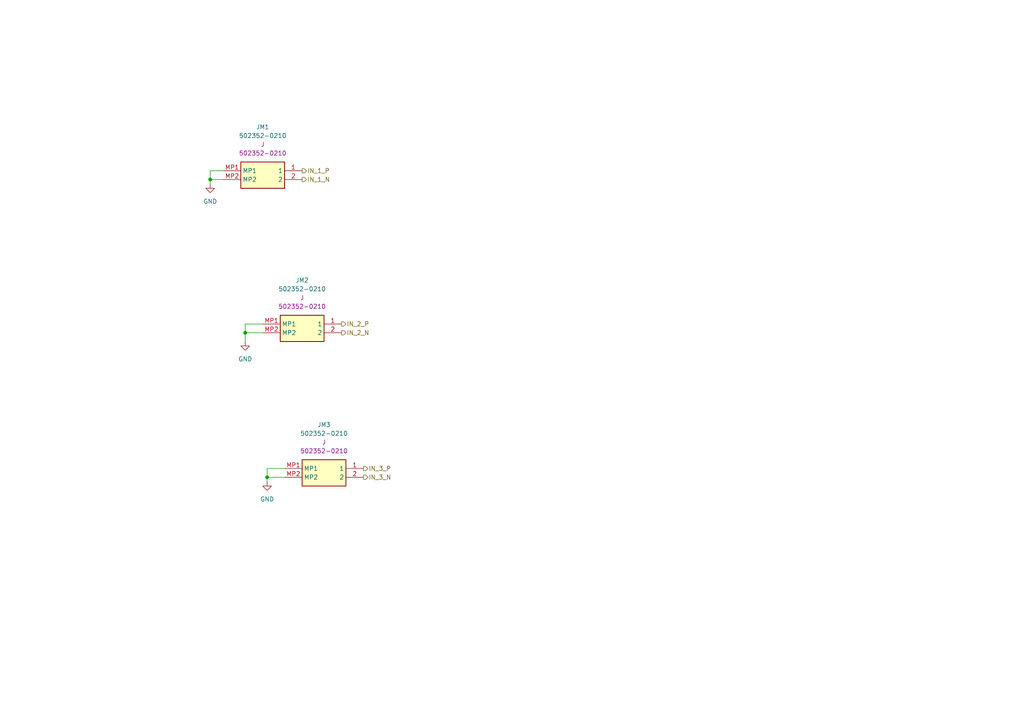
<source format=kicad_sch>
(kicad_sch (version 20211123) (generator eeschema)
  (paper "A4")
  (lib_symbols
    (symbol "502352-0210:502352-0210"
      (property "Value" "502352-0210" (at 0 0 0))
      (property "Reference_1" "J" (at 19.05 7.62 0))
      (property "Value_1" "502352-0210" (at 19.05 5.08 0))
      (symbol "502352-0210_1_1"
        (rectangle (start 5.08 2.54) (end 17.78 -5.08) (stroke (width 0.254)) (fill (type background)))
        (pin passive line (at 22.86 0 180) (length 5.08) (name "1") (number "1"))
        (pin passive line (at 22.86 -2.54 180) (length 5.08) (name "2") (number "2"))
        (pin passive line (at 0 0 0) (length 5.08) (name "MP1") (number "MP1"))
        (pin passive line (at 0 -2.54 0) (length 5.08) (name "MP2") (number "MP2"))
      )
    )
    (symbol "power:GND" (power) (pin_names (offset 0))
      (property "Value" "GND" (at 0 -3.81 0))
      (symbol "GND_0_1"
        (polyline (pts (xy 0 0) (xy 0 -1.27) (xy 1.27 -1.27) (xy 0 -2.54) (xy -1.27 -1.27) (xy 0 -1.27)))
      )
      (symbol "GND_1_1"
        (pin power_in line (at 0 0 270) (length 0) hide (name "GND") (number "1"))
      )
    )
  )
  (junction (at 71.12 96.52))
  (junction (at 60.96 52.07))
  (junction (at 77.47 138.43))
  (wire (pts (xy 77.47 138.43) (xy 82.55 138.43)))
  (wire (pts (xy 60.96 49.53) (xy 60.96 52.07)))
  (wire (pts (xy 77.47 138.43) (xy 77.47 139.7)))
  (wire (pts (xy 71.12 96.52) (xy 71.12 99.06)))
  (wire (pts (xy 71.12 96.52) (xy 76.2 96.52)))
  (wire (pts (xy 60.96 52.07) (xy 64.77 52.07)))
  (wire (pts (xy 60.96 52.07) (xy 60.96 53.34)))
  (wire (pts (xy 71.12 93.98) (xy 71.12 96.52)))
  (wire (pts (xy 76.2 93.98) (xy 71.12 93.98)))
  (wire (pts (xy 82.55 135.89) (xy 77.47 135.89)))
  (wire (pts (xy 77.47 135.89) (xy 77.47 138.43)))
  (wire (pts (xy 64.77 49.53) (xy 60.96 49.53)))
  (hierarchical_label "IN_3_P" (shape output) (at 105.41 135.89 0))
  (hierarchical_label "IN_1_N" (shape output) (at 87.63 52.07 0))
  (hierarchical_label "IN_1_P" (shape output) (at 87.63 49.53 0))
  (hierarchical_label "IN_2_N" (shape output) (at 99.06 96.52 0))
  (hierarchical_label "IN_2_P" (shape output) (at 99.06 93.98 0))
  (hierarchical_label "IN_3_N" (shape output) (at 105.41 138.43 0))
  (symbol (lib_id "power:GND") (at 60.96 53.34 0) (unit 1)
    (property "Reference" "#PWR?" (effects hide))
    (property "Value" "GND" (at 60.96 58.42 0))
  )
  (symbol (lib_id "power:GND") (at 77.47 139.7 0) (unit 1)
    (property "Reference" "#PWR?" (effects hide))
    (property "Value" "GND" (at 77.47 144.78 0))
  )
  (symbol (lib_id "502352-0210:502352-0210") (at 64.77 49.53 0) (unit 1)
    (property "Reference" "JM1" (at 76.2 36.83 0))
    (property "Value" "502352-0210" (at 76.2 39.37 0))
    (property "Reference_1" "J" (at 76.2 41.91 0))
    (property "Value_1" "502352-0210" (at 76.2 44.45 0))
    (property "Footprint_1" "5023520210" (effects hide))
    (property "Datasheet_1" "https://componentsearchengine.com/Datasheets/1/502352-0210.pdf" (effects hide))
    (property "Height" "6.4" (effects hide))
    (property "Mouser Part Number" "538-502352-0210" (effects hide))
    (property "Mouser Price/Stock" "https://www.mouser.co.uk/ProductDetail/Molex/502352-0210?qs=yd8XiKYcH9lys38VlWdUCA%3D%3D" (effects hide))
    (property "Manufacturer_Name" "Molex" (effects hide))
    (property "Manufacturer_Part_Number" "502352-0210" (effects hide))
  )
  (symbol (lib_id "502352-0210:502352-0210") (at 82.55 135.89 0) (unit 1)
    (property "Reference" "JM3" (at 93.98 123.19 0))
    (property "Value" "502352-0210" (at 93.98 125.73 0))
    (property "Reference_1" "J" (at 93.98 128.27 0))
    (property "Value_1" "502352-0210" (at 93.98 130.81 0))
    (property "Footprint_1" "5023520210" (effects hide))
    (property "Datasheet_1" "https://componentsearchengine.com/Datasheets/1/502352-0210.pdf" (effects hide))
    (property "Height" "6.4" (effects hide))
    (property "Mouser Part Number" "538-502352-0210" (effects hide))
    (property "Mouser Price/Stock" "https://www.mouser.co.uk/ProductDetail/Molex/502352-0210?qs=yd8XiKYcH9lys38VlWdUCA%3D%3D" (effects hide))
    (property "Manufacturer_Name" "Molex" (effects hide))
    (property "Manufacturer_Part_Number" "502352-0210" (effects hide))
  )
  (symbol (lib_id "502352-0210:502352-0210") (at 76.2 93.98 0) (unit 1)
    (property "Reference" "JM2" (at 87.63 81.28 0))
    (property "Value" "502352-0210" (at 87.63 83.82 0))
    (property "Reference_1" "J" (at 87.63 86.36 0))
    (property "Value_1" "502352-0210" (at 87.63 88.9 0))
    (property "Footprint_1" "5023520210" (effects hide))
    (property "Datasheet_1" "https://componentsearchengine.com/Datasheets/1/502352-0210.pdf" (effects hide))
    (property "Height" "6.4" (effects hide))
    (property "Mouser Part Number" "538-502352-0210" (effects hide))
    (property "Mouser Price/Stock" "https://www.mouser.co.uk/ProductDetail/Molex/502352-0210?qs=yd8XiKYcH9lys38VlWdUCA%3D%3D" (effects hide))
    (property "Manufacturer_Name" "Molex" (effects hide))
    (property "Manufacturer_Part_Number" "502352-0210" (effects hide))
  )
  (symbol (lib_id "power:GND") (at 71.12 99.06 0) (unit 1)
    (property "Reference" "#PWR?" (effects hide))
    (property "Value" "GND" (at 71.12 104.14 0))
  )
)
</source>
